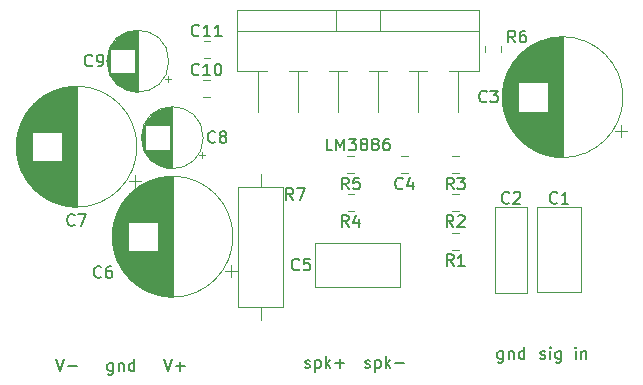
<source format=gbr>
G04 #@! TF.GenerationSoftware,KiCad,Pcbnew,5.1.6-c6e7f7d~87~ubuntu18.04.1*
G04 #@! TF.CreationDate,2020-08-21T12:14:16-04:00*
G04 #@! TF.ProjectId,lm3886_stereo_amp,6c6d3338-3836-45f7-9374-6572656f5f61,1*
G04 #@! TF.SameCoordinates,Original*
G04 #@! TF.FileFunction,Legend,Top*
G04 #@! TF.FilePolarity,Positive*
%FSLAX46Y46*%
G04 Gerber Fmt 4.6, Leading zero omitted, Abs format (unit mm)*
G04 Created by KiCad (PCBNEW 5.1.6-c6e7f7d~87~ubuntu18.04.1) date 2020-08-21 12:14:16*
%MOMM*%
%LPD*%
G01*
G04 APERTURE LIST*
%ADD10C,0.150000*%
%ADD11C,0.120000*%
G04 APERTURE END LIST*
D10*
X148201333Y-93416380D02*
X147725142Y-93416380D01*
X147725142Y-92416380D01*
X148534666Y-93416380D02*
X148534666Y-92416380D01*
X148868000Y-93130666D01*
X149201333Y-92416380D01*
X149201333Y-93416380D01*
X149582285Y-92416380D02*
X150201333Y-92416380D01*
X149868000Y-92797333D01*
X150010857Y-92797333D01*
X150106095Y-92844952D01*
X150153714Y-92892571D01*
X150201333Y-92987809D01*
X150201333Y-93225904D01*
X150153714Y-93321142D01*
X150106095Y-93368761D01*
X150010857Y-93416380D01*
X149725142Y-93416380D01*
X149629904Y-93368761D01*
X149582285Y-93321142D01*
X150772761Y-92844952D02*
X150677523Y-92797333D01*
X150629904Y-92749714D01*
X150582285Y-92654476D01*
X150582285Y-92606857D01*
X150629904Y-92511619D01*
X150677523Y-92464000D01*
X150772761Y-92416380D01*
X150963238Y-92416380D01*
X151058476Y-92464000D01*
X151106095Y-92511619D01*
X151153714Y-92606857D01*
X151153714Y-92654476D01*
X151106095Y-92749714D01*
X151058476Y-92797333D01*
X150963238Y-92844952D01*
X150772761Y-92844952D01*
X150677523Y-92892571D01*
X150629904Y-92940190D01*
X150582285Y-93035428D01*
X150582285Y-93225904D01*
X150629904Y-93321142D01*
X150677523Y-93368761D01*
X150772761Y-93416380D01*
X150963238Y-93416380D01*
X151058476Y-93368761D01*
X151106095Y-93321142D01*
X151153714Y-93225904D01*
X151153714Y-93035428D01*
X151106095Y-92940190D01*
X151058476Y-92892571D01*
X150963238Y-92844952D01*
X151725142Y-92844952D02*
X151629904Y-92797333D01*
X151582285Y-92749714D01*
X151534666Y-92654476D01*
X151534666Y-92606857D01*
X151582285Y-92511619D01*
X151629904Y-92464000D01*
X151725142Y-92416380D01*
X151915619Y-92416380D01*
X152010857Y-92464000D01*
X152058476Y-92511619D01*
X152106095Y-92606857D01*
X152106095Y-92654476D01*
X152058476Y-92749714D01*
X152010857Y-92797333D01*
X151915619Y-92844952D01*
X151725142Y-92844952D01*
X151629904Y-92892571D01*
X151582285Y-92940190D01*
X151534666Y-93035428D01*
X151534666Y-93225904D01*
X151582285Y-93321142D01*
X151629904Y-93368761D01*
X151725142Y-93416380D01*
X151915619Y-93416380D01*
X152010857Y-93368761D01*
X152058476Y-93321142D01*
X152106095Y-93225904D01*
X152106095Y-93035428D01*
X152058476Y-92940190D01*
X152010857Y-92892571D01*
X151915619Y-92844952D01*
X152963238Y-92416380D02*
X152772761Y-92416380D01*
X152677523Y-92464000D01*
X152629904Y-92511619D01*
X152534666Y-92654476D01*
X152487047Y-92844952D01*
X152487047Y-93225904D01*
X152534666Y-93321142D01*
X152582285Y-93368761D01*
X152677523Y-93416380D01*
X152868000Y-93416380D01*
X152963238Y-93368761D01*
X153010857Y-93321142D01*
X153058476Y-93225904D01*
X153058476Y-92987809D01*
X153010857Y-92892571D01*
X152963238Y-92844952D01*
X152868000Y-92797333D01*
X152677523Y-92797333D01*
X152582285Y-92844952D01*
X152534666Y-92892571D01*
X152487047Y-92987809D01*
X145883523Y-111783761D02*
X145978761Y-111831380D01*
X146169238Y-111831380D01*
X146264476Y-111783761D01*
X146312095Y-111688523D01*
X146312095Y-111640904D01*
X146264476Y-111545666D01*
X146169238Y-111498047D01*
X146026380Y-111498047D01*
X145931142Y-111450428D01*
X145883523Y-111355190D01*
X145883523Y-111307571D01*
X145931142Y-111212333D01*
X146026380Y-111164714D01*
X146169238Y-111164714D01*
X146264476Y-111212333D01*
X146740666Y-111164714D02*
X146740666Y-112164714D01*
X146740666Y-111212333D02*
X146835904Y-111164714D01*
X147026380Y-111164714D01*
X147121619Y-111212333D01*
X147169238Y-111259952D01*
X147216857Y-111355190D01*
X147216857Y-111640904D01*
X147169238Y-111736142D01*
X147121619Y-111783761D01*
X147026380Y-111831380D01*
X146835904Y-111831380D01*
X146740666Y-111783761D01*
X147645428Y-111831380D02*
X147645428Y-110831380D01*
X147740666Y-111450428D02*
X148026380Y-111831380D01*
X148026380Y-111164714D02*
X147645428Y-111545666D01*
X148454952Y-111450428D02*
X149216857Y-111450428D01*
X148835904Y-111831380D02*
X148835904Y-111069476D01*
X150963523Y-111783761D02*
X151058761Y-111831380D01*
X151249238Y-111831380D01*
X151344476Y-111783761D01*
X151392095Y-111688523D01*
X151392095Y-111640904D01*
X151344476Y-111545666D01*
X151249238Y-111498047D01*
X151106380Y-111498047D01*
X151011142Y-111450428D01*
X150963523Y-111355190D01*
X150963523Y-111307571D01*
X151011142Y-111212333D01*
X151106380Y-111164714D01*
X151249238Y-111164714D01*
X151344476Y-111212333D01*
X151820666Y-111164714D02*
X151820666Y-112164714D01*
X151820666Y-111212333D02*
X151915904Y-111164714D01*
X152106380Y-111164714D01*
X152201619Y-111212333D01*
X152249238Y-111259952D01*
X152296857Y-111355190D01*
X152296857Y-111640904D01*
X152249238Y-111736142D01*
X152201619Y-111783761D01*
X152106380Y-111831380D01*
X151915904Y-111831380D01*
X151820666Y-111783761D01*
X152725428Y-111831380D02*
X152725428Y-110831380D01*
X152820666Y-111450428D02*
X153106380Y-111831380D01*
X153106380Y-111164714D02*
X152725428Y-111545666D01*
X153534952Y-111450428D02*
X154296857Y-111450428D01*
X162631523Y-110402714D02*
X162631523Y-111212238D01*
X162583904Y-111307476D01*
X162536285Y-111355095D01*
X162441047Y-111402714D01*
X162298190Y-111402714D01*
X162202952Y-111355095D01*
X162631523Y-111021761D02*
X162536285Y-111069380D01*
X162345809Y-111069380D01*
X162250571Y-111021761D01*
X162202952Y-110974142D01*
X162155333Y-110878904D01*
X162155333Y-110593190D01*
X162202952Y-110497952D01*
X162250571Y-110450333D01*
X162345809Y-110402714D01*
X162536285Y-110402714D01*
X162631523Y-110450333D01*
X163107714Y-110402714D02*
X163107714Y-111069380D01*
X163107714Y-110497952D02*
X163155333Y-110450333D01*
X163250571Y-110402714D01*
X163393428Y-110402714D01*
X163488666Y-110450333D01*
X163536285Y-110545571D01*
X163536285Y-111069380D01*
X164441047Y-111069380D02*
X164441047Y-110069380D01*
X164441047Y-111021761D02*
X164345809Y-111069380D01*
X164155333Y-111069380D01*
X164060095Y-111021761D01*
X164012476Y-110974142D01*
X163964857Y-110878904D01*
X163964857Y-110593190D01*
X164012476Y-110497952D01*
X164060095Y-110450333D01*
X164155333Y-110402714D01*
X164345809Y-110402714D01*
X164441047Y-110450333D01*
X165790809Y-111021761D02*
X165886047Y-111069380D01*
X166076523Y-111069380D01*
X166171761Y-111021761D01*
X166219380Y-110926523D01*
X166219380Y-110878904D01*
X166171761Y-110783666D01*
X166076523Y-110736047D01*
X165933666Y-110736047D01*
X165838428Y-110688428D01*
X165790809Y-110593190D01*
X165790809Y-110545571D01*
X165838428Y-110450333D01*
X165933666Y-110402714D01*
X166076523Y-110402714D01*
X166171761Y-110450333D01*
X166647952Y-111069380D02*
X166647952Y-110402714D01*
X166647952Y-110069380D02*
X166600333Y-110117000D01*
X166647952Y-110164619D01*
X166695571Y-110117000D01*
X166647952Y-110069380D01*
X166647952Y-110164619D01*
X167552714Y-110402714D02*
X167552714Y-111212238D01*
X167505095Y-111307476D01*
X167457476Y-111355095D01*
X167362238Y-111402714D01*
X167219380Y-111402714D01*
X167124142Y-111355095D01*
X167552714Y-111021761D02*
X167457476Y-111069380D01*
X167267000Y-111069380D01*
X167171761Y-111021761D01*
X167124142Y-110974142D01*
X167076523Y-110878904D01*
X167076523Y-110593190D01*
X167124142Y-110497952D01*
X167171761Y-110450333D01*
X167267000Y-110402714D01*
X167457476Y-110402714D01*
X167552714Y-110450333D01*
X168790809Y-111069380D02*
X168790809Y-110402714D01*
X168790809Y-110069380D02*
X168743190Y-110117000D01*
X168790809Y-110164619D01*
X168838428Y-110117000D01*
X168790809Y-110069380D01*
X168790809Y-110164619D01*
X169267000Y-110402714D02*
X169267000Y-111069380D01*
X169267000Y-110497952D02*
X169314619Y-110450333D01*
X169409857Y-110402714D01*
X169552714Y-110402714D01*
X169647952Y-110450333D01*
X169695571Y-110545571D01*
X169695571Y-111069380D01*
X124777619Y-111085380D02*
X125110952Y-112085380D01*
X125444285Y-111085380D01*
X125777619Y-111704428D02*
X126539523Y-111704428D01*
X133921619Y-111085380D02*
X134254952Y-112085380D01*
X134588285Y-111085380D01*
X134921619Y-111704428D02*
X135683523Y-111704428D01*
X135302571Y-112085380D02*
X135302571Y-111323476D01*
X129611523Y-111418714D02*
X129611523Y-112228238D01*
X129563904Y-112323476D01*
X129516285Y-112371095D01*
X129421047Y-112418714D01*
X129278190Y-112418714D01*
X129182952Y-112371095D01*
X129611523Y-112037761D02*
X129516285Y-112085380D01*
X129325809Y-112085380D01*
X129230571Y-112037761D01*
X129182952Y-111990142D01*
X129135333Y-111894904D01*
X129135333Y-111609190D01*
X129182952Y-111513952D01*
X129230571Y-111466333D01*
X129325809Y-111418714D01*
X129516285Y-111418714D01*
X129611523Y-111466333D01*
X130087714Y-111418714D02*
X130087714Y-112085380D01*
X130087714Y-111513952D02*
X130135333Y-111466333D01*
X130230571Y-111418714D01*
X130373428Y-111418714D01*
X130468666Y-111466333D01*
X130516285Y-111561571D01*
X130516285Y-112085380D01*
X131421047Y-112085380D02*
X131421047Y-111085380D01*
X131421047Y-112037761D02*
X131325809Y-112085380D01*
X131135333Y-112085380D01*
X131040095Y-112037761D01*
X130992476Y-111990142D01*
X130944857Y-111894904D01*
X130944857Y-111609190D01*
X130992476Y-111513952D01*
X131040095Y-111466333D01*
X131135333Y-111418714D01*
X131325809Y-111418714D01*
X131421047Y-111466333D01*
D11*
X153948000Y-101254000D02*
X153948000Y-104994000D01*
X146708000Y-101254000D02*
X146708000Y-104994000D01*
X146708000Y-104994000D02*
X153948000Y-104994000D01*
X146708000Y-101254000D02*
X153948000Y-101254000D01*
X164692000Y-105450500D02*
X161952000Y-105450500D01*
X164692000Y-98210500D02*
X161952000Y-98210500D01*
X161952000Y-98210500D02*
X161952000Y-105450500D01*
X164692000Y-98210500D02*
X164692000Y-105450500D01*
X169256000Y-105434000D02*
X165516000Y-105434000D01*
X169256000Y-98194000D02*
X165516000Y-98194000D01*
X165516000Y-98194000D02*
X165516000Y-105434000D01*
X169256000Y-98194000D02*
X169256000Y-105434000D01*
X134273775Y-87577000D02*
X134273775Y-87077000D01*
X134523775Y-87327000D02*
X134023775Y-87327000D01*
X129118000Y-86136000D02*
X129118000Y-85568000D01*
X129158000Y-86370000D02*
X129158000Y-85334000D01*
X129198000Y-86529000D02*
X129198000Y-85175000D01*
X129238000Y-86657000D02*
X129238000Y-85047000D01*
X129278000Y-86767000D02*
X129278000Y-84937000D01*
X129318000Y-86863000D02*
X129318000Y-84841000D01*
X129358000Y-86950000D02*
X129358000Y-84754000D01*
X129398000Y-87030000D02*
X129398000Y-84674000D01*
X129438000Y-84812000D02*
X129438000Y-84601000D01*
X129438000Y-87103000D02*
X129438000Y-86892000D01*
X129478000Y-84812000D02*
X129478000Y-84533000D01*
X129478000Y-87171000D02*
X129478000Y-86892000D01*
X129518000Y-84812000D02*
X129518000Y-84469000D01*
X129518000Y-87235000D02*
X129518000Y-86892000D01*
X129558000Y-84812000D02*
X129558000Y-84409000D01*
X129558000Y-87295000D02*
X129558000Y-86892000D01*
X129598000Y-84812000D02*
X129598000Y-84352000D01*
X129598000Y-87352000D02*
X129598000Y-86892000D01*
X129638000Y-84812000D02*
X129638000Y-84298000D01*
X129638000Y-87406000D02*
X129638000Y-86892000D01*
X129678000Y-84812000D02*
X129678000Y-84247000D01*
X129678000Y-87457000D02*
X129678000Y-86892000D01*
X129718000Y-84812000D02*
X129718000Y-84199000D01*
X129718000Y-87505000D02*
X129718000Y-86892000D01*
X129758000Y-84812000D02*
X129758000Y-84153000D01*
X129758000Y-87551000D02*
X129758000Y-86892000D01*
X129798000Y-84812000D02*
X129798000Y-84109000D01*
X129798000Y-87595000D02*
X129798000Y-86892000D01*
X129838000Y-84812000D02*
X129838000Y-84067000D01*
X129838000Y-87637000D02*
X129838000Y-86892000D01*
X129878000Y-84812000D02*
X129878000Y-84026000D01*
X129878000Y-87678000D02*
X129878000Y-86892000D01*
X129918000Y-84812000D02*
X129918000Y-83988000D01*
X129918000Y-87716000D02*
X129918000Y-86892000D01*
X129958000Y-84812000D02*
X129958000Y-83951000D01*
X129958000Y-87753000D02*
X129958000Y-86892000D01*
X129998000Y-84812000D02*
X129998000Y-83915000D01*
X129998000Y-87789000D02*
X129998000Y-86892000D01*
X130038000Y-84812000D02*
X130038000Y-83881000D01*
X130038000Y-87823000D02*
X130038000Y-86892000D01*
X130078000Y-84812000D02*
X130078000Y-83848000D01*
X130078000Y-87856000D02*
X130078000Y-86892000D01*
X130118000Y-84812000D02*
X130118000Y-83817000D01*
X130118000Y-87887000D02*
X130118000Y-86892000D01*
X130158000Y-84812000D02*
X130158000Y-83787000D01*
X130158000Y-87917000D02*
X130158000Y-86892000D01*
X130198000Y-84812000D02*
X130198000Y-83757000D01*
X130198000Y-87947000D02*
X130198000Y-86892000D01*
X130238000Y-84812000D02*
X130238000Y-83730000D01*
X130238000Y-87974000D02*
X130238000Y-86892000D01*
X130278000Y-84812000D02*
X130278000Y-83703000D01*
X130278000Y-88001000D02*
X130278000Y-86892000D01*
X130318000Y-84812000D02*
X130318000Y-83677000D01*
X130318000Y-88027000D02*
X130318000Y-86892000D01*
X130358000Y-84812000D02*
X130358000Y-83652000D01*
X130358000Y-88052000D02*
X130358000Y-86892000D01*
X130398000Y-84812000D02*
X130398000Y-83628000D01*
X130398000Y-88076000D02*
X130398000Y-86892000D01*
X130438000Y-84812000D02*
X130438000Y-83605000D01*
X130438000Y-88099000D02*
X130438000Y-86892000D01*
X130478000Y-84812000D02*
X130478000Y-83584000D01*
X130478000Y-88120000D02*
X130478000Y-86892000D01*
X130518000Y-84812000D02*
X130518000Y-83562000D01*
X130518000Y-88142000D02*
X130518000Y-86892000D01*
X130558000Y-84812000D02*
X130558000Y-83542000D01*
X130558000Y-88162000D02*
X130558000Y-86892000D01*
X130598000Y-84812000D02*
X130598000Y-83523000D01*
X130598000Y-88181000D02*
X130598000Y-86892000D01*
X130638000Y-84812000D02*
X130638000Y-83504000D01*
X130638000Y-88200000D02*
X130638000Y-86892000D01*
X130678000Y-84812000D02*
X130678000Y-83487000D01*
X130678000Y-88217000D02*
X130678000Y-86892000D01*
X130718000Y-84812000D02*
X130718000Y-83470000D01*
X130718000Y-88234000D02*
X130718000Y-86892000D01*
X130758000Y-84812000D02*
X130758000Y-83454000D01*
X130758000Y-88250000D02*
X130758000Y-86892000D01*
X130798000Y-84812000D02*
X130798000Y-83438000D01*
X130798000Y-88266000D02*
X130798000Y-86892000D01*
X130838000Y-84812000D02*
X130838000Y-83424000D01*
X130838000Y-88280000D02*
X130838000Y-86892000D01*
X130878000Y-84812000D02*
X130878000Y-83410000D01*
X130878000Y-88294000D02*
X130878000Y-86892000D01*
X130918000Y-84812000D02*
X130918000Y-83397000D01*
X130918000Y-88307000D02*
X130918000Y-86892000D01*
X130958000Y-84812000D02*
X130958000Y-83384000D01*
X130958000Y-88320000D02*
X130958000Y-86892000D01*
X130998000Y-84812000D02*
X130998000Y-83372000D01*
X130998000Y-88332000D02*
X130998000Y-86892000D01*
X131039000Y-84812000D02*
X131039000Y-83361000D01*
X131039000Y-88343000D02*
X131039000Y-86892000D01*
X131079000Y-84812000D02*
X131079000Y-83351000D01*
X131079000Y-88353000D02*
X131079000Y-86892000D01*
X131119000Y-84812000D02*
X131119000Y-83341000D01*
X131119000Y-88363000D02*
X131119000Y-86892000D01*
X131159000Y-84812000D02*
X131159000Y-83332000D01*
X131159000Y-88372000D02*
X131159000Y-86892000D01*
X131199000Y-84812000D02*
X131199000Y-83324000D01*
X131199000Y-88380000D02*
X131199000Y-86892000D01*
X131239000Y-84812000D02*
X131239000Y-83316000D01*
X131239000Y-88388000D02*
X131239000Y-86892000D01*
X131279000Y-84812000D02*
X131279000Y-83309000D01*
X131279000Y-88395000D02*
X131279000Y-86892000D01*
X131319000Y-84812000D02*
X131319000Y-83302000D01*
X131319000Y-88402000D02*
X131319000Y-86892000D01*
X131359000Y-84812000D02*
X131359000Y-83296000D01*
X131359000Y-88408000D02*
X131359000Y-86892000D01*
X131399000Y-84812000D02*
X131399000Y-83291000D01*
X131399000Y-88413000D02*
X131399000Y-86892000D01*
X131439000Y-84812000D02*
X131439000Y-83287000D01*
X131439000Y-88417000D02*
X131439000Y-86892000D01*
X131479000Y-84812000D02*
X131479000Y-83283000D01*
X131479000Y-88421000D02*
X131479000Y-86892000D01*
X131519000Y-88425000D02*
X131519000Y-83279000D01*
X131559000Y-88428000D02*
X131559000Y-83276000D01*
X131599000Y-88430000D02*
X131599000Y-83274000D01*
X131639000Y-88431000D02*
X131639000Y-83273000D01*
X131679000Y-88432000D02*
X131679000Y-83272000D01*
X131719000Y-88432000D02*
X131719000Y-83272000D01*
X134339000Y-85852000D02*
G75*
G03*
X134339000Y-85852000I-2620000J0D01*
G01*
X137194775Y-94054000D02*
X137194775Y-93554000D01*
X137444775Y-93804000D02*
X136944775Y-93804000D01*
X132039000Y-92613000D02*
X132039000Y-92045000D01*
X132079000Y-92847000D02*
X132079000Y-91811000D01*
X132119000Y-93006000D02*
X132119000Y-91652000D01*
X132159000Y-93134000D02*
X132159000Y-91524000D01*
X132199000Y-93244000D02*
X132199000Y-91414000D01*
X132239000Y-93340000D02*
X132239000Y-91318000D01*
X132279000Y-93427000D02*
X132279000Y-91231000D01*
X132319000Y-93507000D02*
X132319000Y-91151000D01*
X132359000Y-91289000D02*
X132359000Y-91078000D01*
X132359000Y-93580000D02*
X132359000Y-93369000D01*
X132399000Y-91289000D02*
X132399000Y-91010000D01*
X132399000Y-93648000D02*
X132399000Y-93369000D01*
X132439000Y-91289000D02*
X132439000Y-90946000D01*
X132439000Y-93712000D02*
X132439000Y-93369000D01*
X132479000Y-91289000D02*
X132479000Y-90886000D01*
X132479000Y-93772000D02*
X132479000Y-93369000D01*
X132519000Y-91289000D02*
X132519000Y-90829000D01*
X132519000Y-93829000D02*
X132519000Y-93369000D01*
X132559000Y-91289000D02*
X132559000Y-90775000D01*
X132559000Y-93883000D02*
X132559000Y-93369000D01*
X132599000Y-91289000D02*
X132599000Y-90724000D01*
X132599000Y-93934000D02*
X132599000Y-93369000D01*
X132639000Y-91289000D02*
X132639000Y-90676000D01*
X132639000Y-93982000D02*
X132639000Y-93369000D01*
X132679000Y-91289000D02*
X132679000Y-90630000D01*
X132679000Y-94028000D02*
X132679000Y-93369000D01*
X132719000Y-91289000D02*
X132719000Y-90586000D01*
X132719000Y-94072000D02*
X132719000Y-93369000D01*
X132759000Y-91289000D02*
X132759000Y-90544000D01*
X132759000Y-94114000D02*
X132759000Y-93369000D01*
X132799000Y-91289000D02*
X132799000Y-90503000D01*
X132799000Y-94155000D02*
X132799000Y-93369000D01*
X132839000Y-91289000D02*
X132839000Y-90465000D01*
X132839000Y-94193000D02*
X132839000Y-93369000D01*
X132879000Y-91289000D02*
X132879000Y-90428000D01*
X132879000Y-94230000D02*
X132879000Y-93369000D01*
X132919000Y-91289000D02*
X132919000Y-90392000D01*
X132919000Y-94266000D02*
X132919000Y-93369000D01*
X132959000Y-91289000D02*
X132959000Y-90358000D01*
X132959000Y-94300000D02*
X132959000Y-93369000D01*
X132999000Y-91289000D02*
X132999000Y-90325000D01*
X132999000Y-94333000D02*
X132999000Y-93369000D01*
X133039000Y-91289000D02*
X133039000Y-90294000D01*
X133039000Y-94364000D02*
X133039000Y-93369000D01*
X133079000Y-91289000D02*
X133079000Y-90264000D01*
X133079000Y-94394000D02*
X133079000Y-93369000D01*
X133119000Y-91289000D02*
X133119000Y-90234000D01*
X133119000Y-94424000D02*
X133119000Y-93369000D01*
X133159000Y-91289000D02*
X133159000Y-90207000D01*
X133159000Y-94451000D02*
X133159000Y-93369000D01*
X133199000Y-91289000D02*
X133199000Y-90180000D01*
X133199000Y-94478000D02*
X133199000Y-93369000D01*
X133239000Y-91289000D02*
X133239000Y-90154000D01*
X133239000Y-94504000D02*
X133239000Y-93369000D01*
X133279000Y-91289000D02*
X133279000Y-90129000D01*
X133279000Y-94529000D02*
X133279000Y-93369000D01*
X133319000Y-91289000D02*
X133319000Y-90105000D01*
X133319000Y-94553000D02*
X133319000Y-93369000D01*
X133359000Y-91289000D02*
X133359000Y-90082000D01*
X133359000Y-94576000D02*
X133359000Y-93369000D01*
X133399000Y-91289000D02*
X133399000Y-90061000D01*
X133399000Y-94597000D02*
X133399000Y-93369000D01*
X133439000Y-91289000D02*
X133439000Y-90039000D01*
X133439000Y-94619000D02*
X133439000Y-93369000D01*
X133479000Y-91289000D02*
X133479000Y-90019000D01*
X133479000Y-94639000D02*
X133479000Y-93369000D01*
X133519000Y-91289000D02*
X133519000Y-90000000D01*
X133519000Y-94658000D02*
X133519000Y-93369000D01*
X133559000Y-91289000D02*
X133559000Y-89981000D01*
X133559000Y-94677000D02*
X133559000Y-93369000D01*
X133599000Y-91289000D02*
X133599000Y-89964000D01*
X133599000Y-94694000D02*
X133599000Y-93369000D01*
X133639000Y-91289000D02*
X133639000Y-89947000D01*
X133639000Y-94711000D02*
X133639000Y-93369000D01*
X133679000Y-91289000D02*
X133679000Y-89931000D01*
X133679000Y-94727000D02*
X133679000Y-93369000D01*
X133719000Y-91289000D02*
X133719000Y-89915000D01*
X133719000Y-94743000D02*
X133719000Y-93369000D01*
X133759000Y-91289000D02*
X133759000Y-89901000D01*
X133759000Y-94757000D02*
X133759000Y-93369000D01*
X133799000Y-91289000D02*
X133799000Y-89887000D01*
X133799000Y-94771000D02*
X133799000Y-93369000D01*
X133839000Y-91289000D02*
X133839000Y-89874000D01*
X133839000Y-94784000D02*
X133839000Y-93369000D01*
X133879000Y-91289000D02*
X133879000Y-89861000D01*
X133879000Y-94797000D02*
X133879000Y-93369000D01*
X133919000Y-91289000D02*
X133919000Y-89849000D01*
X133919000Y-94809000D02*
X133919000Y-93369000D01*
X133960000Y-91289000D02*
X133960000Y-89838000D01*
X133960000Y-94820000D02*
X133960000Y-93369000D01*
X134000000Y-91289000D02*
X134000000Y-89828000D01*
X134000000Y-94830000D02*
X134000000Y-93369000D01*
X134040000Y-91289000D02*
X134040000Y-89818000D01*
X134040000Y-94840000D02*
X134040000Y-93369000D01*
X134080000Y-91289000D02*
X134080000Y-89809000D01*
X134080000Y-94849000D02*
X134080000Y-93369000D01*
X134120000Y-91289000D02*
X134120000Y-89801000D01*
X134120000Y-94857000D02*
X134120000Y-93369000D01*
X134160000Y-91289000D02*
X134160000Y-89793000D01*
X134160000Y-94865000D02*
X134160000Y-93369000D01*
X134200000Y-91289000D02*
X134200000Y-89786000D01*
X134200000Y-94872000D02*
X134200000Y-93369000D01*
X134240000Y-91289000D02*
X134240000Y-89779000D01*
X134240000Y-94879000D02*
X134240000Y-93369000D01*
X134280000Y-91289000D02*
X134280000Y-89773000D01*
X134280000Y-94885000D02*
X134280000Y-93369000D01*
X134320000Y-91289000D02*
X134320000Y-89768000D01*
X134320000Y-94890000D02*
X134320000Y-93369000D01*
X134360000Y-91289000D02*
X134360000Y-89764000D01*
X134360000Y-94894000D02*
X134360000Y-93369000D01*
X134400000Y-91289000D02*
X134400000Y-89760000D01*
X134400000Y-94898000D02*
X134400000Y-93369000D01*
X134440000Y-94902000D02*
X134440000Y-89756000D01*
X134480000Y-94905000D02*
X134480000Y-89753000D01*
X134520000Y-94907000D02*
X134520000Y-89751000D01*
X134560000Y-94908000D02*
X134560000Y-89750000D01*
X134600000Y-94909000D02*
X134600000Y-89749000D01*
X134640000Y-94909000D02*
X134640000Y-89749000D01*
X137260000Y-92329000D02*
G75*
G03*
X137260000Y-92329000I-2620000J0D01*
G01*
X137811252Y-84126000D02*
X137288748Y-84126000D01*
X137811252Y-85546000D02*
X137288748Y-85546000D01*
X137802252Y-87428000D02*
X137279748Y-87428000D01*
X137802252Y-88848000D02*
X137279748Y-88848000D01*
X154034748Y-95325000D02*
X154557252Y-95325000D01*
X154034748Y-93905000D02*
X154557252Y-93905000D01*
X158859000Y-86727000D02*
X158859000Y-90121000D01*
X155459000Y-86727000D02*
X155459000Y-90121000D01*
X152059000Y-86727000D02*
X152059000Y-90121000D01*
X148659000Y-86727000D02*
X148659000Y-90121000D01*
X145259000Y-86727000D02*
X145259000Y-90121000D01*
X141859000Y-86727000D02*
X141859000Y-90136000D01*
X152209000Y-81486000D02*
X152209000Y-83326000D01*
X148509000Y-81486000D02*
X148509000Y-83326000D01*
X140139000Y-83326000D02*
X160579000Y-83326000D01*
X160579000Y-81486000D02*
X160579000Y-86727000D01*
X140139000Y-81486000D02*
X140139000Y-86727000D01*
X158084000Y-86727000D02*
X160579000Y-86727000D01*
X154684000Y-86727000D02*
X156235000Y-86727000D01*
X151284000Y-86727000D02*
X152835000Y-86727000D01*
X147884000Y-86727000D02*
X149435000Y-86727000D01*
X144484000Y-86727000D02*
X146035000Y-86727000D01*
X140139000Y-86727000D02*
X142635000Y-86727000D01*
X140139000Y-81486000D02*
X160579000Y-81486000D01*
X142113000Y-107780000D02*
X142113000Y-106670000D01*
X142113000Y-95420000D02*
X142113000Y-96530000D01*
X144033000Y-106670000D02*
X144033000Y-96530000D01*
X140193000Y-106670000D02*
X144033000Y-106670000D01*
X140193000Y-96530000D02*
X140193000Y-106670000D01*
X144033000Y-96530000D02*
X140193000Y-96530000D01*
X161088000Y-84565748D02*
X161088000Y-85088252D01*
X162508000Y-84565748D02*
X162508000Y-85088252D01*
X149462748Y-95325000D02*
X149985252Y-95325000D01*
X149462748Y-93905000D02*
X149985252Y-93905000D01*
X149480748Y-98500000D02*
X150003252Y-98500000D01*
X149480748Y-97080000D02*
X150003252Y-97080000D01*
X158352748Y-95325000D02*
X158875252Y-95325000D01*
X158352748Y-93905000D02*
X158875252Y-93905000D01*
X158352748Y-98500000D02*
X158875252Y-98500000D01*
X158352748Y-97080000D02*
X158875252Y-97080000D01*
X158875252Y-100382000D02*
X158352748Y-100382000D01*
X158875252Y-101802000D02*
X158352748Y-101802000D01*
X131511646Y-96466000D02*
X131511646Y-95466000D01*
X132011646Y-95966000D02*
X131011646Y-95966000D01*
X121451000Y-93690000D02*
X121451000Y-92492000D01*
X121491000Y-93953000D02*
X121491000Y-92229000D01*
X121531000Y-94153000D02*
X121531000Y-92029000D01*
X121571000Y-94321000D02*
X121571000Y-91861000D01*
X121611000Y-94469000D02*
X121611000Y-91713000D01*
X121651000Y-94601000D02*
X121651000Y-91581000D01*
X121691000Y-94721000D02*
X121691000Y-91461000D01*
X121731000Y-94833000D02*
X121731000Y-91349000D01*
X121771000Y-94937000D02*
X121771000Y-91245000D01*
X121811000Y-95035000D02*
X121811000Y-91147000D01*
X121851000Y-95128000D02*
X121851000Y-91054000D01*
X121891000Y-95216000D02*
X121891000Y-90966000D01*
X121931000Y-95300000D02*
X121931000Y-90882000D01*
X121971000Y-95380000D02*
X121971000Y-90802000D01*
X122011000Y-95456000D02*
X122011000Y-90726000D01*
X122051000Y-95530000D02*
X122051000Y-90652000D01*
X122091000Y-95601000D02*
X122091000Y-90581000D01*
X122131000Y-95670000D02*
X122131000Y-90512000D01*
X122171000Y-95736000D02*
X122171000Y-90446000D01*
X122211000Y-95800000D02*
X122211000Y-90382000D01*
X122251000Y-95861000D02*
X122251000Y-90321000D01*
X122291000Y-95921000D02*
X122291000Y-90261000D01*
X122331000Y-95980000D02*
X122331000Y-90202000D01*
X122371000Y-96036000D02*
X122371000Y-90146000D01*
X122411000Y-96091000D02*
X122411000Y-90091000D01*
X122451000Y-96145000D02*
X122451000Y-90037000D01*
X122491000Y-96197000D02*
X122491000Y-89985000D01*
X122531000Y-96247000D02*
X122531000Y-89935000D01*
X122571000Y-96297000D02*
X122571000Y-89885000D01*
X122611000Y-96345000D02*
X122611000Y-89837000D01*
X122651000Y-96392000D02*
X122651000Y-89790000D01*
X122691000Y-96438000D02*
X122691000Y-89744000D01*
X122731000Y-96483000D02*
X122731000Y-89699000D01*
X122771000Y-96527000D02*
X122771000Y-89655000D01*
X122811000Y-91850000D02*
X122811000Y-89613000D01*
X122811000Y-96569000D02*
X122811000Y-94332000D01*
X122851000Y-91850000D02*
X122851000Y-89571000D01*
X122851000Y-96611000D02*
X122851000Y-94332000D01*
X122891000Y-91850000D02*
X122891000Y-89530000D01*
X122891000Y-96652000D02*
X122891000Y-94332000D01*
X122931000Y-91850000D02*
X122931000Y-89490000D01*
X122931000Y-96692000D02*
X122931000Y-94332000D01*
X122971000Y-91850000D02*
X122971000Y-89451000D01*
X122971000Y-96731000D02*
X122971000Y-94332000D01*
X123011000Y-91850000D02*
X123011000Y-89412000D01*
X123011000Y-96770000D02*
X123011000Y-94332000D01*
X123051000Y-91850000D02*
X123051000Y-89375000D01*
X123051000Y-96807000D02*
X123051000Y-94332000D01*
X123091000Y-91850000D02*
X123091000Y-89338000D01*
X123091000Y-96844000D02*
X123091000Y-94332000D01*
X123131000Y-91850000D02*
X123131000Y-89302000D01*
X123131000Y-96880000D02*
X123131000Y-94332000D01*
X123171000Y-91850000D02*
X123171000Y-89267000D01*
X123171000Y-96915000D02*
X123171000Y-94332000D01*
X123211000Y-91850000D02*
X123211000Y-89233000D01*
X123211000Y-96949000D02*
X123211000Y-94332000D01*
X123251000Y-91850000D02*
X123251000Y-89199000D01*
X123251000Y-96983000D02*
X123251000Y-94332000D01*
X123291000Y-91850000D02*
X123291000Y-89166000D01*
X123291000Y-97016000D02*
X123291000Y-94332000D01*
X123331000Y-91850000D02*
X123331000Y-89134000D01*
X123331000Y-97048000D02*
X123331000Y-94332000D01*
X123371000Y-91850000D02*
X123371000Y-89102000D01*
X123371000Y-97080000D02*
X123371000Y-94332000D01*
X123411000Y-91850000D02*
X123411000Y-89071000D01*
X123411000Y-97111000D02*
X123411000Y-94332000D01*
X123451000Y-91850000D02*
X123451000Y-89041000D01*
X123451000Y-97141000D02*
X123451000Y-94332000D01*
X123491000Y-91850000D02*
X123491000Y-89011000D01*
X123491000Y-97171000D02*
X123491000Y-94332000D01*
X123531000Y-91850000D02*
X123531000Y-88981000D01*
X123531000Y-97201000D02*
X123531000Y-94332000D01*
X123571000Y-91850000D02*
X123571000Y-88953000D01*
X123571000Y-97229000D02*
X123571000Y-94332000D01*
X123611000Y-91850000D02*
X123611000Y-88925000D01*
X123611000Y-97257000D02*
X123611000Y-94332000D01*
X123651000Y-91850000D02*
X123651000Y-88897000D01*
X123651000Y-97285000D02*
X123651000Y-94332000D01*
X123691000Y-91850000D02*
X123691000Y-88870000D01*
X123691000Y-97312000D02*
X123691000Y-94332000D01*
X123731000Y-91850000D02*
X123731000Y-88844000D01*
X123731000Y-97338000D02*
X123731000Y-94332000D01*
X123771000Y-91850000D02*
X123771000Y-88818000D01*
X123771000Y-97364000D02*
X123771000Y-94332000D01*
X123811000Y-91850000D02*
X123811000Y-88793000D01*
X123811000Y-97389000D02*
X123811000Y-94332000D01*
X123851000Y-91850000D02*
X123851000Y-88768000D01*
X123851000Y-97414000D02*
X123851000Y-94332000D01*
X123891000Y-91850000D02*
X123891000Y-88744000D01*
X123891000Y-97438000D02*
X123891000Y-94332000D01*
X123931000Y-91850000D02*
X123931000Y-88720000D01*
X123931000Y-97462000D02*
X123931000Y-94332000D01*
X123971000Y-91850000D02*
X123971000Y-88696000D01*
X123971000Y-97486000D02*
X123971000Y-94332000D01*
X124011000Y-91850000D02*
X124011000Y-88674000D01*
X124011000Y-97508000D02*
X124011000Y-94332000D01*
X124051000Y-91850000D02*
X124051000Y-88651000D01*
X124051000Y-97531000D02*
X124051000Y-94332000D01*
X124091000Y-91850000D02*
X124091000Y-88629000D01*
X124091000Y-97553000D02*
X124091000Y-94332000D01*
X124131000Y-91850000D02*
X124131000Y-88608000D01*
X124131000Y-97574000D02*
X124131000Y-94332000D01*
X124171000Y-91850000D02*
X124171000Y-88587000D01*
X124171000Y-97595000D02*
X124171000Y-94332000D01*
X124211000Y-91850000D02*
X124211000Y-88566000D01*
X124211000Y-97616000D02*
X124211000Y-94332000D01*
X124251000Y-91850000D02*
X124251000Y-88546000D01*
X124251000Y-97636000D02*
X124251000Y-94332000D01*
X124291000Y-91850000D02*
X124291000Y-88527000D01*
X124291000Y-97655000D02*
X124291000Y-94332000D01*
X124331000Y-91850000D02*
X124331000Y-88507000D01*
X124331000Y-97675000D02*
X124331000Y-94332000D01*
X124371000Y-91850000D02*
X124371000Y-88488000D01*
X124371000Y-97694000D02*
X124371000Y-94332000D01*
X124411000Y-91850000D02*
X124411000Y-88470000D01*
X124411000Y-97712000D02*
X124411000Y-94332000D01*
X124451000Y-91850000D02*
X124451000Y-88452000D01*
X124451000Y-97730000D02*
X124451000Y-94332000D01*
X124491000Y-91850000D02*
X124491000Y-88434000D01*
X124491000Y-97748000D02*
X124491000Y-94332000D01*
X124531000Y-91850000D02*
X124531000Y-88417000D01*
X124531000Y-97765000D02*
X124531000Y-94332000D01*
X124571000Y-91850000D02*
X124571000Y-88401000D01*
X124571000Y-97781000D02*
X124571000Y-94332000D01*
X124611000Y-91850000D02*
X124611000Y-88384000D01*
X124611000Y-97798000D02*
X124611000Y-94332000D01*
X124651000Y-91850000D02*
X124651000Y-88368000D01*
X124651000Y-97814000D02*
X124651000Y-94332000D01*
X124691000Y-91850000D02*
X124691000Y-88353000D01*
X124691000Y-97829000D02*
X124691000Y-94332000D01*
X124731000Y-91850000D02*
X124731000Y-88337000D01*
X124731000Y-97845000D02*
X124731000Y-94332000D01*
X124771000Y-91850000D02*
X124771000Y-88323000D01*
X124771000Y-97859000D02*
X124771000Y-94332000D01*
X124811000Y-91850000D02*
X124811000Y-88308000D01*
X124811000Y-97874000D02*
X124811000Y-94332000D01*
X124851000Y-91850000D02*
X124851000Y-88294000D01*
X124851000Y-97888000D02*
X124851000Y-94332000D01*
X124891000Y-91850000D02*
X124891000Y-88280000D01*
X124891000Y-97902000D02*
X124891000Y-94332000D01*
X124931000Y-91850000D02*
X124931000Y-88267000D01*
X124931000Y-97915000D02*
X124931000Y-94332000D01*
X124971000Y-91850000D02*
X124971000Y-88254000D01*
X124971000Y-97928000D02*
X124971000Y-94332000D01*
X125011000Y-91850000D02*
X125011000Y-88241000D01*
X125011000Y-97941000D02*
X125011000Y-94332000D01*
X125051000Y-91850000D02*
X125051000Y-88229000D01*
X125051000Y-97953000D02*
X125051000Y-94332000D01*
X125091000Y-91850000D02*
X125091000Y-88217000D01*
X125091000Y-97965000D02*
X125091000Y-94332000D01*
X125131000Y-91850000D02*
X125131000Y-88206000D01*
X125131000Y-97976000D02*
X125131000Y-94332000D01*
X125171000Y-91850000D02*
X125171000Y-88194000D01*
X125171000Y-97988000D02*
X125171000Y-94332000D01*
X125211000Y-91850000D02*
X125211000Y-88184000D01*
X125211000Y-97998000D02*
X125211000Y-94332000D01*
X125251000Y-91850000D02*
X125251000Y-88173000D01*
X125251000Y-98009000D02*
X125251000Y-94332000D01*
X125291000Y-98019000D02*
X125291000Y-88163000D01*
X125331000Y-98029000D02*
X125331000Y-88153000D01*
X125371000Y-98038000D02*
X125371000Y-88144000D01*
X125411000Y-98047000D02*
X125411000Y-88135000D01*
X125451000Y-98056000D02*
X125451000Y-88126000D01*
X125491000Y-98065000D02*
X125491000Y-88117000D01*
X125531000Y-98073000D02*
X125531000Y-88109000D01*
X125571000Y-98081000D02*
X125571000Y-88101000D01*
X125611000Y-98088000D02*
X125611000Y-88094000D01*
X125651000Y-98095000D02*
X125651000Y-88087000D01*
X125691000Y-98102000D02*
X125691000Y-88080000D01*
X125731000Y-98109000D02*
X125731000Y-88073000D01*
X125771000Y-98115000D02*
X125771000Y-88067000D01*
X125811000Y-98121000D02*
X125811000Y-88061000D01*
X125852000Y-98126000D02*
X125852000Y-88056000D01*
X125892000Y-98131000D02*
X125892000Y-88051000D01*
X125932000Y-98136000D02*
X125932000Y-88046000D01*
X125972000Y-98141000D02*
X125972000Y-88041000D01*
X126012000Y-98145000D02*
X126012000Y-88037000D01*
X126052000Y-98149000D02*
X126052000Y-88033000D01*
X126092000Y-98153000D02*
X126092000Y-88029000D01*
X126132000Y-98156000D02*
X126132000Y-88026000D01*
X126172000Y-98159000D02*
X126172000Y-88023000D01*
X126212000Y-98161000D02*
X126212000Y-88021000D01*
X126252000Y-98164000D02*
X126252000Y-88018000D01*
X126292000Y-98166000D02*
X126292000Y-88016000D01*
X126332000Y-98168000D02*
X126332000Y-88014000D01*
X126372000Y-98169000D02*
X126372000Y-88013000D01*
X126412000Y-98170000D02*
X126412000Y-88012000D01*
X126452000Y-98171000D02*
X126452000Y-88011000D01*
X126492000Y-98171000D02*
X126492000Y-88011000D01*
X126532000Y-98171000D02*
X126532000Y-88011000D01*
X131652000Y-93091000D02*
G75*
G03*
X131652000Y-93091000I-5120000J0D01*
G01*
X139639646Y-104086000D02*
X139639646Y-103086000D01*
X140139646Y-103586000D02*
X139139646Y-103586000D01*
X129579000Y-101310000D02*
X129579000Y-100112000D01*
X129619000Y-101573000D02*
X129619000Y-99849000D01*
X129659000Y-101773000D02*
X129659000Y-99649000D01*
X129699000Y-101941000D02*
X129699000Y-99481000D01*
X129739000Y-102089000D02*
X129739000Y-99333000D01*
X129779000Y-102221000D02*
X129779000Y-99201000D01*
X129819000Y-102341000D02*
X129819000Y-99081000D01*
X129859000Y-102453000D02*
X129859000Y-98969000D01*
X129899000Y-102557000D02*
X129899000Y-98865000D01*
X129939000Y-102655000D02*
X129939000Y-98767000D01*
X129979000Y-102748000D02*
X129979000Y-98674000D01*
X130019000Y-102836000D02*
X130019000Y-98586000D01*
X130059000Y-102920000D02*
X130059000Y-98502000D01*
X130099000Y-103000000D02*
X130099000Y-98422000D01*
X130139000Y-103076000D02*
X130139000Y-98346000D01*
X130179000Y-103150000D02*
X130179000Y-98272000D01*
X130219000Y-103221000D02*
X130219000Y-98201000D01*
X130259000Y-103290000D02*
X130259000Y-98132000D01*
X130299000Y-103356000D02*
X130299000Y-98066000D01*
X130339000Y-103420000D02*
X130339000Y-98002000D01*
X130379000Y-103481000D02*
X130379000Y-97941000D01*
X130419000Y-103541000D02*
X130419000Y-97881000D01*
X130459000Y-103600000D02*
X130459000Y-97822000D01*
X130499000Y-103656000D02*
X130499000Y-97766000D01*
X130539000Y-103711000D02*
X130539000Y-97711000D01*
X130579000Y-103765000D02*
X130579000Y-97657000D01*
X130619000Y-103817000D02*
X130619000Y-97605000D01*
X130659000Y-103867000D02*
X130659000Y-97555000D01*
X130699000Y-103917000D02*
X130699000Y-97505000D01*
X130739000Y-103965000D02*
X130739000Y-97457000D01*
X130779000Y-104012000D02*
X130779000Y-97410000D01*
X130819000Y-104058000D02*
X130819000Y-97364000D01*
X130859000Y-104103000D02*
X130859000Y-97319000D01*
X130899000Y-104147000D02*
X130899000Y-97275000D01*
X130939000Y-99470000D02*
X130939000Y-97233000D01*
X130939000Y-104189000D02*
X130939000Y-101952000D01*
X130979000Y-99470000D02*
X130979000Y-97191000D01*
X130979000Y-104231000D02*
X130979000Y-101952000D01*
X131019000Y-99470000D02*
X131019000Y-97150000D01*
X131019000Y-104272000D02*
X131019000Y-101952000D01*
X131059000Y-99470000D02*
X131059000Y-97110000D01*
X131059000Y-104312000D02*
X131059000Y-101952000D01*
X131099000Y-99470000D02*
X131099000Y-97071000D01*
X131099000Y-104351000D02*
X131099000Y-101952000D01*
X131139000Y-99470000D02*
X131139000Y-97032000D01*
X131139000Y-104390000D02*
X131139000Y-101952000D01*
X131179000Y-99470000D02*
X131179000Y-96995000D01*
X131179000Y-104427000D02*
X131179000Y-101952000D01*
X131219000Y-99470000D02*
X131219000Y-96958000D01*
X131219000Y-104464000D02*
X131219000Y-101952000D01*
X131259000Y-99470000D02*
X131259000Y-96922000D01*
X131259000Y-104500000D02*
X131259000Y-101952000D01*
X131299000Y-99470000D02*
X131299000Y-96887000D01*
X131299000Y-104535000D02*
X131299000Y-101952000D01*
X131339000Y-99470000D02*
X131339000Y-96853000D01*
X131339000Y-104569000D02*
X131339000Y-101952000D01*
X131379000Y-99470000D02*
X131379000Y-96819000D01*
X131379000Y-104603000D02*
X131379000Y-101952000D01*
X131419000Y-99470000D02*
X131419000Y-96786000D01*
X131419000Y-104636000D02*
X131419000Y-101952000D01*
X131459000Y-99470000D02*
X131459000Y-96754000D01*
X131459000Y-104668000D02*
X131459000Y-101952000D01*
X131499000Y-99470000D02*
X131499000Y-96722000D01*
X131499000Y-104700000D02*
X131499000Y-101952000D01*
X131539000Y-99470000D02*
X131539000Y-96691000D01*
X131539000Y-104731000D02*
X131539000Y-101952000D01*
X131579000Y-99470000D02*
X131579000Y-96661000D01*
X131579000Y-104761000D02*
X131579000Y-101952000D01*
X131619000Y-99470000D02*
X131619000Y-96631000D01*
X131619000Y-104791000D02*
X131619000Y-101952000D01*
X131659000Y-99470000D02*
X131659000Y-96601000D01*
X131659000Y-104821000D02*
X131659000Y-101952000D01*
X131699000Y-99470000D02*
X131699000Y-96573000D01*
X131699000Y-104849000D02*
X131699000Y-101952000D01*
X131739000Y-99470000D02*
X131739000Y-96545000D01*
X131739000Y-104877000D02*
X131739000Y-101952000D01*
X131779000Y-99470000D02*
X131779000Y-96517000D01*
X131779000Y-104905000D02*
X131779000Y-101952000D01*
X131819000Y-99470000D02*
X131819000Y-96490000D01*
X131819000Y-104932000D02*
X131819000Y-101952000D01*
X131859000Y-99470000D02*
X131859000Y-96464000D01*
X131859000Y-104958000D02*
X131859000Y-101952000D01*
X131899000Y-99470000D02*
X131899000Y-96438000D01*
X131899000Y-104984000D02*
X131899000Y-101952000D01*
X131939000Y-99470000D02*
X131939000Y-96413000D01*
X131939000Y-105009000D02*
X131939000Y-101952000D01*
X131979000Y-99470000D02*
X131979000Y-96388000D01*
X131979000Y-105034000D02*
X131979000Y-101952000D01*
X132019000Y-99470000D02*
X132019000Y-96364000D01*
X132019000Y-105058000D02*
X132019000Y-101952000D01*
X132059000Y-99470000D02*
X132059000Y-96340000D01*
X132059000Y-105082000D02*
X132059000Y-101952000D01*
X132099000Y-99470000D02*
X132099000Y-96316000D01*
X132099000Y-105106000D02*
X132099000Y-101952000D01*
X132139000Y-99470000D02*
X132139000Y-96294000D01*
X132139000Y-105128000D02*
X132139000Y-101952000D01*
X132179000Y-99470000D02*
X132179000Y-96271000D01*
X132179000Y-105151000D02*
X132179000Y-101952000D01*
X132219000Y-99470000D02*
X132219000Y-96249000D01*
X132219000Y-105173000D02*
X132219000Y-101952000D01*
X132259000Y-99470000D02*
X132259000Y-96228000D01*
X132259000Y-105194000D02*
X132259000Y-101952000D01*
X132299000Y-99470000D02*
X132299000Y-96207000D01*
X132299000Y-105215000D02*
X132299000Y-101952000D01*
X132339000Y-99470000D02*
X132339000Y-96186000D01*
X132339000Y-105236000D02*
X132339000Y-101952000D01*
X132379000Y-99470000D02*
X132379000Y-96166000D01*
X132379000Y-105256000D02*
X132379000Y-101952000D01*
X132419000Y-99470000D02*
X132419000Y-96147000D01*
X132419000Y-105275000D02*
X132419000Y-101952000D01*
X132459000Y-99470000D02*
X132459000Y-96127000D01*
X132459000Y-105295000D02*
X132459000Y-101952000D01*
X132499000Y-99470000D02*
X132499000Y-96108000D01*
X132499000Y-105314000D02*
X132499000Y-101952000D01*
X132539000Y-99470000D02*
X132539000Y-96090000D01*
X132539000Y-105332000D02*
X132539000Y-101952000D01*
X132579000Y-99470000D02*
X132579000Y-96072000D01*
X132579000Y-105350000D02*
X132579000Y-101952000D01*
X132619000Y-99470000D02*
X132619000Y-96054000D01*
X132619000Y-105368000D02*
X132619000Y-101952000D01*
X132659000Y-99470000D02*
X132659000Y-96037000D01*
X132659000Y-105385000D02*
X132659000Y-101952000D01*
X132699000Y-99470000D02*
X132699000Y-96021000D01*
X132699000Y-105401000D02*
X132699000Y-101952000D01*
X132739000Y-99470000D02*
X132739000Y-96004000D01*
X132739000Y-105418000D02*
X132739000Y-101952000D01*
X132779000Y-99470000D02*
X132779000Y-95988000D01*
X132779000Y-105434000D02*
X132779000Y-101952000D01*
X132819000Y-99470000D02*
X132819000Y-95973000D01*
X132819000Y-105449000D02*
X132819000Y-101952000D01*
X132859000Y-99470000D02*
X132859000Y-95957000D01*
X132859000Y-105465000D02*
X132859000Y-101952000D01*
X132899000Y-99470000D02*
X132899000Y-95943000D01*
X132899000Y-105479000D02*
X132899000Y-101952000D01*
X132939000Y-99470000D02*
X132939000Y-95928000D01*
X132939000Y-105494000D02*
X132939000Y-101952000D01*
X132979000Y-99470000D02*
X132979000Y-95914000D01*
X132979000Y-105508000D02*
X132979000Y-101952000D01*
X133019000Y-99470000D02*
X133019000Y-95900000D01*
X133019000Y-105522000D02*
X133019000Y-101952000D01*
X133059000Y-99470000D02*
X133059000Y-95887000D01*
X133059000Y-105535000D02*
X133059000Y-101952000D01*
X133099000Y-99470000D02*
X133099000Y-95874000D01*
X133099000Y-105548000D02*
X133099000Y-101952000D01*
X133139000Y-99470000D02*
X133139000Y-95861000D01*
X133139000Y-105561000D02*
X133139000Y-101952000D01*
X133179000Y-99470000D02*
X133179000Y-95849000D01*
X133179000Y-105573000D02*
X133179000Y-101952000D01*
X133219000Y-99470000D02*
X133219000Y-95837000D01*
X133219000Y-105585000D02*
X133219000Y-101952000D01*
X133259000Y-99470000D02*
X133259000Y-95826000D01*
X133259000Y-105596000D02*
X133259000Y-101952000D01*
X133299000Y-99470000D02*
X133299000Y-95814000D01*
X133299000Y-105608000D02*
X133299000Y-101952000D01*
X133339000Y-99470000D02*
X133339000Y-95804000D01*
X133339000Y-105618000D02*
X133339000Y-101952000D01*
X133379000Y-99470000D02*
X133379000Y-95793000D01*
X133379000Y-105629000D02*
X133379000Y-101952000D01*
X133419000Y-105639000D02*
X133419000Y-95783000D01*
X133459000Y-105649000D02*
X133459000Y-95773000D01*
X133499000Y-105658000D02*
X133499000Y-95764000D01*
X133539000Y-105667000D02*
X133539000Y-95755000D01*
X133579000Y-105676000D02*
X133579000Y-95746000D01*
X133619000Y-105685000D02*
X133619000Y-95737000D01*
X133659000Y-105693000D02*
X133659000Y-95729000D01*
X133699000Y-105701000D02*
X133699000Y-95721000D01*
X133739000Y-105708000D02*
X133739000Y-95714000D01*
X133779000Y-105715000D02*
X133779000Y-95707000D01*
X133819000Y-105722000D02*
X133819000Y-95700000D01*
X133859000Y-105729000D02*
X133859000Y-95693000D01*
X133899000Y-105735000D02*
X133899000Y-95687000D01*
X133939000Y-105741000D02*
X133939000Y-95681000D01*
X133980000Y-105746000D02*
X133980000Y-95676000D01*
X134020000Y-105751000D02*
X134020000Y-95671000D01*
X134060000Y-105756000D02*
X134060000Y-95666000D01*
X134100000Y-105761000D02*
X134100000Y-95661000D01*
X134140000Y-105765000D02*
X134140000Y-95657000D01*
X134180000Y-105769000D02*
X134180000Y-95653000D01*
X134220000Y-105773000D02*
X134220000Y-95649000D01*
X134260000Y-105776000D02*
X134260000Y-95646000D01*
X134300000Y-105779000D02*
X134300000Y-95643000D01*
X134340000Y-105781000D02*
X134340000Y-95641000D01*
X134380000Y-105784000D02*
X134380000Y-95638000D01*
X134420000Y-105786000D02*
X134420000Y-95636000D01*
X134460000Y-105788000D02*
X134460000Y-95634000D01*
X134500000Y-105789000D02*
X134500000Y-95633000D01*
X134540000Y-105790000D02*
X134540000Y-95632000D01*
X134580000Y-105791000D02*
X134580000Y-95631000D01*
X134620000Y-105791000D02*
X134620000Y-95631000D01*
X134660000Y-105791000D02*
X134660000Y-95631000D01*
X139780000Y-100711000D02*
G75*
G03*
X139780000Y-100711000I-5120000J0D01*
G01*
X172659646Y-92275000D02*
X172659646Y-91275000D01*
X173159646Y-91775000D02*
X172159646Y-91775000D01*
X162599000Y-89499000D02*
X162599000Y-88301000D01*
X162639000Y-89762000D02*
X162639000Y-88038000D01*
X162679000Y-89962000D02*
X162679000Y-87838000D01*
X162719000Y-90130000D02*
X162719000Y-87670000D01*
X162759000Y-90278000D02*
X162759000Y-87522000D01*
X162799000Y-90410000D02*
X162799000Y-87390000D01*
X162839000Y-90530000D02*
X162839000Y-87270000D01*
X162879000Y-90642000D02*
X162879000Y-87158000D01*
X162919000Y-90746000D02*
X162919000Y-87054000D01*
X162959000Y-90844000D02*
X162959000Y-86956000D01*
X162999000Y-90937000D02*
X162999000Y-86863000D01*
X163039000Y-91025000D02*
X163039000Y-86775000D01*
X163079000Y-91109000D02*
X163079000Y-86691000D01*
X163119000Y-91189000D02*
X163119000Y-86611000D01*
X163159000Y-91265000D02*
X163159000Y-86535000D01*
X163199000Y-91339000D02*
X163199000Y-86461000D01*
X163239000Y-91410000D02*
X163239000Y-86390000D01*
X163279000Y-91479000D02*
X163279000Y-86321000D01*
X163319000Y-91545000D02*
X163319000Y-86255000D01*
X163359000Y-91609000D02*
X163359000Y-86191000D01*
X163399000Y-91670000D02*
X163399000Y-86130000D01*
X163439000Y-91730000D02*
X163439000Y-86070000D01*
X163479000Y-91789000D02*
X163479000Y-86011000D01*
X163519000Y-91845000D02*
X163519000Y-85955000D01*
X163559000Y-91900000D02*
X163559000Y-85900000D01*
X163599000Y-91954000D02*
X163599000Y-85846000D01*
X163639000Y-92006000D02*
X163639000Y-85794000D01*
X163679000Y-92056000D02*
X163679000Y-85744000D01*
X163719000Y-92106000D02*
X163719000Y-85694000D01*
X163759000Y-92154000D02*
X163759000Y-85646000D01*
X163799000Y-92201000D02*
X163799000Y-85599000D01*
X163839000Y-92247000D02*
X163839000Y-85553000D01*
X163879000Y-92292000D02*
X163879000Y-85508000D01*
X163919000Y-92336000D02*
X163919000Y-85464000D01*
X163959000Y-87659000D02*
X163959000Y-85422000D01*
X163959000Y-92378000D02*
X163959000Y-90141000D01*
X163999000Y-87659000D02*
X163999000Y-85380000D01*
X163999000Y-92420000D02*
X163999000Y-90141000D01*
X164039000Y-87659000D02*
X164039000Y-85339000D01*
X164039000Y-92461000D02*
X164039000Y-90141000D01*
X164079000Y-87659000D02*
X164079000Y-85299000D01*
X164079000Y-92501000D02*
X164079000Y-90141000D01*
X164119000Y-87659000D02*
X164119000Y-85260000D01*
X164119000Y-92540000D02*
X164119000Y-90141000D01*
X164159000Y-87659000D02*
X164159000Y-85221000D01*
X164159000Y-92579000D02*
X164159000Y-90141000D01*
X164199000Y-87659000D02*
X164199000Y-85184000D01*
X164199000Y-92616000D02*
X164199000Y-90141000D01*
X164239000Y-87659000D02*
X164239000Y-85147000D01*
X164239000Y-92653000D02*
X164239000Y-90141000D01*
X164279000Y-87659000D02*
X164279000Y-85111000D01*
X164279000Y-92689000D02*
X164279000Y-90141000D01*
X164319000Y-87659000D02*
X164319000Y-85076000D01*
X164319000Y-92724000D02*
X164319000Y-90141000D01*
X164359000Y-87659000D02*
X164359000Y-85042000D01*
X164359000Y-92758000D02*
X164359000Y-90141000D01*
X164399000Y-87659000D02*
X164399000Y-85008000D01*
X164399000Y-92792000D02*
X164399000Y-90141000D01*
X164439000Y-87659000D02*
X164439000Y-84975000D01*
X164439000Y-92825000D02*
X164439000Y-90141000D01*
X164479000Y-87659000D02*
X164479000Y-84943000D01*
X164479000Y-92857000D02*
X164479000Y-90141000D01*
X164519000Y-87659000D02*
X164519000Y-84911000D01*
X164519000Y-92889000D02*
X164519000Y-90141000D01*
X164559000Y-87659000D02*
X164559000Y-84880000D01*
X164559000Y-92920000D02*
X164559000Y-90141000D01*
X164599000Y-87659000D02*
X164599000Y-84850000D01*
X164599000Y-92950000D02*
X164599000Y-90141000D01*
X164639000Y-87659000D02*
X164639000Y-84820000D01*
X164639000Y-92980000D02*
X164639000Y-90141000D01*
X164679000Y-87659000D02*
X164679000Y-84790000D01*
X164679000Y-93010000D02*
X164679000Y-90141000D01*
X164719000Y-87659000D02*
X164719000Y-84762000D01*
X164719000Y-93038000D02*
X164719000Y-90141000D01*
X164759000Y-87659000D02*
X164759000Y-84734000D01*
X164759000Y-93066000D02*
X164759000Y-90141000D01*
X164799000Y-87659000D02*
X164799000Y-84706000D01*
X164799000Y-93094000D02*
X164799000Y-90141000D01*
X164839000Y-87659000D02*
X164839000Y-84679000D01*
X164839000Y-93121000D02*
X164839000Y-90141000D01*
X164879000Y-87659000D02*
X164879000Y-84653000D01*
X164879000Y-93147000D02*
X164879000Y-90141000D01*
X164919000Y-87659000D02*
X164919000Y-84627000D01*
X164919000Y-93173000D02*
X164919000Y-90141000D01*
X164959000Y-87659000D02*
X164959000Y-84602000D01*
X164959000Y-93198000D02*
X164959000Y-90141000D01*
X164999000Y-87659000D02*
X164999000Y-84577000D01*
X164999000Y-93223000D02*
X164999000Y-90141000D01*
X165039000Y-87659000D02*
X165039000Y-84553000D01*
X165039000Y-93247000D02*
X165039000Y-90141000D01*
X165079000Y-87659000D02*
X165079000Y-84529000D01*
X165079000Y-93271000D02*
X165079000Y-90141000D01*
X165119000Y-87659000D02*
X165119000Y-84505000D01*
X165119000Y-93295000D02*
X165119000Y-90141000D01*
X165159000Y-87659000D02*
X165159000Y-84483000D01*
X165159000Y-93317000D02*
X165159000Y-90141000D01*
X165199000Y-87659000D02*
X165199000Y-84460000D01*
X165199000Y-93340000D02*
X165199000Y-90141000D01*
X165239000Y-87659000D02*
X165239000Y-84438000D01*
X165239000Y-93362000D02*
X165239000Y-90141000D01*
X165279000Y-87659000D02*
X165279000Y-84417000D01*
X165279000Y-93383000D02*
X165279000Y-90141000D01*
X165319000Y-87659000D02*
X165319000Y-84396000D01*
X165319000Y-93404000D02*
X165319000Y-90141000D01*
X165359000Y-87659000D02*
X165359000Y-84375000D01*
X165359000Y-93425000D02*
X165359000Y-90141000D01*
X165399000Y-87659000D02*
X165399000Y-84355000D01*
X165399000Y-93445000D02*
X165399000Y-90141000D01*
X165439000Y-87659000D02*
X165439000Y-84336000D01*
X165439000Y-93464000D02*
X165439000Y-90141000D01*
X165479000Y-87659000D02*
X165479000Y-84316000D01*
X165479000Y-93484000D02*
X165479000Y-90141000D01*
X165519000Y-87659000D02*
X165519000Y-84297000D01*
X165519000Y-93503000D02*
X165519000Y-90141000D01*
X165559000Y-87659000D02*
X165559000Y-84279000D01*
X165559000Y-93521000D02*
X165559000Y-90141000D01*
X165599000Y-87659000D02*
X165599000Y-84261000D01*
X165599000Y-93539000D02*
X165599000Y-90141000D01*
X165639000Y-87659000D02*
X165639000Y-84243000D01*
X165639000Y-93557000D02*
X165639000Y-90141000D01*
X165679000Y-87659000D02*
X165679000Y-84226000D01*
X165679000Y-93574000D02*
X165679000Y-90141000D01*
X165719000Y-87659000D02*
X165719000Y-84210000D01*
X165719000Y-93590000D02*
X165719000Y-90141000D01*
X165759000Y-87659000D02*
X165759000Y-84193000D01*
X165759000Y-93607000D02*
X165759000Y-90141000D01*
X165799000Y-87659000D02*
X165799000Y-84177000D01*
X165799000Y-93623000D02*
X165799000Y-90141000D01*
X165839000Y-87659000D02*
X165839000Y-84162000D01*
X165839000Y-93638000D02*
X165839000Y-90141000D01*
X165879000Y-87659000D02*
X165879000Y-84146000D01*
X165879000Y-93654000D02*
X165879000Y-90141000D01*
X165919000Y-87659000D02*
X165919000Y-84132000D01*
X165919000Y-93668000D02*
X165919000Y-90141000D01*
X165959000Y-87659000D02*
X165959000Y-84117000D01*
X165959000Y-93683000D02*
X165959000Y-90141000D01*
X165999000Y-87659000D02*
X165999000Y-84103000D01*
X165999000Y-93697000D02*
X165999000Y-90141000D01*
X166039000Y-87659000D02*
X166039000Y-84089000D01*
X166039000Y-93711000D02*
X166039000Y-90141000D01*
X166079000Y-87659000D02*
X166079000Y-84076000D01*
X166079000Y-93724000D02*
X166079000Y-90141000D01*
X166119000Y-87659000D02*
X166119000Y-84063000D01*
X166119000Y-93737000D02*
X166119000Y-90141000D01*
X166159000Y-87659000D02*
X166159000Y-84050000D01*
X166159000Y-93750000D02*
X166159000Y-90141000D01*
X166199000Y-87659000D02*
X166199000Y-84038000D01*
X166199000Y-93762000D02*
X166199000Y-90141000D01*
X166239000Y-87659000D02*
X166239000Y-84026000D01*
X166239000Y-93774000D02*
X166239000Y-90141000D01*
X166279000Y-87659000D02*
X166279000Y-84015000D01*
X166279000Y-93785000D02*
X166279000Y-90141000D01*
X166319000Y-87659000D02*
X166319000Y-84003000D01*
X166319000Y-93797000D02*
X166319000Y-90141000D01*
X166359000Y-87659000D02*
X166359000Y-83993000D01*
X166359000Y-93807000D02*
X166359000Y-90141000D01*
X166399000Y-87659000D02*
X166399000Y-83982000D01*
X166399000Y-93818000D02*
X166399000Y-90141000D01*
X166439000Y-93828000D02*
X166439000Y-83972000D01*
X166479000Y-93838000D02*
X166479000Y-83962000D01*
X166519000Y-93847000D02*
X166519000Y-83953000D01*
X166559000Y-93856000D02*
X166559000Y-83944000D01*
X166599000Y-93865000D02*
X166599000Y-83935000D01*
X166639000Y-93874000D02*
X166639000Y-83926000D01*
X166679000Y-93882000D02*
X166679000Y-83918000D01*
X166719000Y-93890000D02*
X166719000Y-83910000D01*
X166759000Y-93897000D02*
X166759000Y-83903000D01*
X166799000Y-93904000D02*
X166799000Y-83896000D01*
X166839000Y-93911000D02*
X166839000Y-83889000D01*
X166879000Y-93918000D02*
X166879000Y-83882000D01*
X166919000Y-93924000D02*
X166919000Y-83876000D01*
X166959000Y-93930000D02*
X166959000Y-83870000D01*
X167000000Y-93935000D02*
X167000000Y-83865000D01*
X167040000Y-93940000D02*
X167040000Y-83860000D01*
X167080000Y-93945000D02*
X167080000Y-83855000D01*
X167120000Y-93950000D02*
X167120000Y-83850000D01*
X167160000Y-93954000D02*
X167160000Y-83846000D01*
X167200000Y-93958000D02*
X167200000Y-83842000D01*
X167240000Y-93962000D02*
X167240000Y-83838000D01*
X167280000Y-93965000D02*
X167280000Y-83835000D01*
X167320000Y-93968000D02*
X167320000Y-83832000D01*
X167360000Y-93970000D02*
X167360000Y-83830000D01*
X167400000Y-93973000D02*
X167400000Y-83827000D01*
X167440000Y-93975000D02*
X167440000Y-83825000D01*
X167480000Y-93977000D02*
X167480000Y-83823000D01*
X167520000Y-93978000D02*
X167520000Y-83822000D01*
X167560000Y-93979000D02*
X167560000Y-83821000D01*
X167600000Y-93980000D02*
X167600000Y-83820000D01*
X167640000Y-93980000D02*
X167640000Y-83820000D01*
X167680000Y-93980000D02*
X167680000Y-83820000D01*
X172800000Y-88900000D02*
G75*
G03*
X172800000Y-88900000I-5120000J0D01*
G01*
D10*
X145375333Y-103481142D02*
X145327714Y-103528761D01*
X145184857Y-103576380D01*
X145089619Y-103576380D01*
X144946761Y-103528761D01*
X144851523Y-103433523D01*
X144803904Y-103338285D01*
X144756285Y-103147809D01*
X144756285Y-103004952D01*
X144803904Y-102814476D01*
X144851523Y-102719238D01*
X144946761Y-102624000D01*
X145089619Y-102576380D01*
X145184857Y-102576380D01*
X145327714Y-102624000D01*
X145375333Y-102671619D01*
X146280095Y-102576380D02*
X145803904Y-102576380D01*
X145756285Y-103052571D01*
X145803904Y-103004952D01*
X145899142Y-102957333D01*
X146137238Y-102957333D01*
X146232476Y-103004952D01*
X146280095Y-103052571D01*
X146327714Y-103147809D01*
X146327714Y-103385904D01*
X146280095Y-103481142D01*
X146232476Y-103528761D01*
X146137238Y-103576380D01*
X145899142Y-103576380D01*
X145803904Y-103528761D01*
X145756285Y-103481142D01*
X163155333Y-97829642D02*
X163107714Y-97877261D01*
X162964857Y-97924880D01*
X162869619Y-97924880D01*
X162726761Y-97877261D01*
X162631523Y-97782023D01*
X162583904Y-97686785D01*
X162536285Y-97496309D01*
X162536285Y-97353452D01*
X162583904Y-97162976D01*
X162631523Y-97067738D01*
X162726761Y-96972500D01*
X162869619Y-96924880D01*
X162964857Y-96924880D01*
X163107714Y-96972500D01*
X163155333Y-97020119D01*
X163536285Y-97020119D02*
X163583904Y-96972500D01*
X163679142Y-96924880D01*
X163917238Y-96924880D01*
X164012476Y-96972500D01*
X164060095Y-97020119D01*
X164107714Y-97115357D01*
X164107714Y-97210595D01*
X164060095Y-97353452D01*
X163488666Y-97924880D01*
X164107714Y-97924880D01*
X167219333Y-97829642D02*
X167171714Y-97877261D01*
X167028857Y-97924880D01*
X166933619Y-97924880D01*
X166790761Y-97877261D01*
X166695523Y-97782023D01*
X166647904Y-97686785D01*
X166600285Y-97496309D01*
X166600285Y-97353452D01*
X166647904Y-97162976D01*
X166695523Y-97067738D01*
X166790761Y-96972500D01*
X166933619Y-96924880D01*
X167028857Y-96924880D01*
X167171714Y-96972500D01*
X167219333Y-97020119D01*
X168171714Y-97924880D02*
X167600285Y-97924880D01*
X167886000Y-97924880D02*
X167886000Y-96924880D01*
X167790761Y-97067738D01*
X167695523Y-97162976D01*
X167600285Y-97210595D01*
X127849333Y-86209142D02*
X127801714Y-86256761D01*
X127658857Y-86304380D01*
X127563619Y-86304380D01*
X127420761Y-86256761D01*
X127325523Y-86161523D01*
X127277904Y-86066285D01*
X127230285Y-85875809D01*
X127230285Y-85732952D01*
X127277904Y-85542476D01*
X127325523Y-85447238D01*
X127420761Y-85352000D01*
X127563619Y-85304380D01*
X127658857Y-85304380D01*
X127801714Y-85352000D01*
X127849333Y-85399619D01*
X128325523Y-86304380D02*
X128516000Y-86304380D01*
X128611238Y-86256761D01*
X128658857Y-86209142D01*
X128754095Y-86066285D01*
X128801714Y-85875809D01*
X128801714Y-85494857D01*
X128754095Y-85399619D01*
X128706476Y-85352000D01*
X128611238Y-85304380D01*
X128420761Y-85304380D01*
X128325523Y-85352000D01*
X128277904Y-85399619D01*
X128230285Y-85494857D01*
X128230285Y-85732952D01*
X128277904Y-85828190D01*
X128325523Y-85875809D01*
X128420761Y-85923428D01*
X128611238Y-85923428D01*
X128706476Y-85875809D01*
X128754095Y-85828190D01*
X128801714Y-85732952D01*
X138263333Y-92686142D02*
X138215714Y-92733761D01*
X138072857Y-92781380D01*
X137977619Y-92781380D01*
X137834761Y-92733761D01*
X137739523Y-92638523D01*
X137691904Y-92543285D01*
X137644285Y-92352809D01*
X137644285Y-92209952D01*
X137691904Y-92019476D01*
X137739523Y-91924238D01*
X137834761Y-91829000D01*
X137977619Y-91781380D01*
X138072857Y-91781380D01*
X138215714Y-91829000D01*
X138263333Y-91876619D01*
X138834761Y-92209952D02*
X138739523Y-92162333D01*
X138691904Y-92114714D01*
X138644285Y-92019476D01*
X138644285Y-91971857D01*
X138691904Y-91876619D01*
X138739523Y-91829000D01*
X138834761Y-91781380D01*
X139025238Y-91781380D01*
X139120476Y-91829000D01*
X139168095Y-91876619D01*
X139215714Y-91971857D01*
X139215714Y-92019476D01*
X139168095Y-92114714D01*
X139120476Y-92162333D01*
X139025238Y-92209952D01*
X138834761Y-92209952D01*
X138739523Y-92257571D01*
X138691904Y-92305190D01*
X138644285Y-92400428D01*
X138644285Y-92590904D01*
X138691904Y-92686142D01*
X138739523Y-92733761D01*
X138834761Y-92781380D01*
X139025238Y-92781380D01*
X139120476Y-92733761D01*
X139168095Y-92686142D01*
X139215714Y-92590904D01*
X139215714Y-92400428D01*
X139168095Y-92305190D01*
X139120476Y-92257571D01*
X139025238Y-92209952D01*
X136907142Y-83669142D02*
X136859523Y-83716761D01*
X136716666Y-83764380D01*
X136621428Y-83764380D01*
X136478571Y-83716761D01*
X136383333Y-83621523D01*
X136335714Y-83526285D01*
X136288095Y-83335809D01*
X136288095Y-83192952D01*
X136335714Y-83002476D01*
X136383333Y-82907238D01*
X136478571Y-82812000D01*
X136621428Y-82764380D01*
X136716666Y-82764380D01*
X136859523Y-82812000D01*
X136907142Y-82859619D01*
X137859523Y-83764380D02*
X137288095Y-83764380D01*
X137573809Y-83764380D02*
X137573809Y-82764380D01*
X137478571Y-82907238D01*
X137383333Y-83002476D01*
X137288095Y-83050095D01*
X138811904Y-83764380D02*
X138240476Y-83764380D01*
X138526190Y-83764380D02*
X138526190Y-82764380D01*
X138430952Y-82907238D01*
X138335714Y-83002476D01*
X138240476Y-83050095D01*
X136898142Y-86971142D02*
X136850523Y-87018761D01*
X136707666Y-87066380D01*
X136612428Y-87066380D01*
X136469571Y-87018761D01*
X136374333Y-86923523D01*
X136326714Y-86828285D01*
X136279095Y-86637809D01*
X136279095Y-86494952D01*
X136326714Y-86304476D01*
X136374333Y-86209238D01*
X136469571Y-86114000D01*
X136612428Y-86066380D01*
X136707666Y-86066380D01*
X136850523Y-86114000D01*
X136898142Y-86161619D01*
X137850523Y-87066380D02*
X137279095Y-87066380D01*
X137564809Y-87066380D02*
X137564809Y-86066380D01*
X137469571Y-86209238D01*
X137374333Y-86304476D01*
X137279095Y-86352095D01*
X138469571Y-86066380D02*
X138564809Y-86066380D01*
X138660047Y-86114000D01*
X138707666Y-86161619D01*
X138755285Y-86256857D01*
X138802904Y-86447333D01*
X138802904Y-86685428D01*
X138755285Y-86875904D01*
X138707666Y-86971142D01*
X138660047Y-87018761D01*
X138564809Y-87066380D01*
X138469571Y-87066380D01*
X138374333Y-87018761D01*
X138326714Y-86971142D01*
X138279095Y-86875904D01*
X138231476Y-86685428D01*
X138231476Y-86447333D01*
X138279095Y-86256857D01*
X138326714Y-86161619D01*
X138374333Y-86114000D01*
X138469571Y-86066380D01*
X154138333Y-96623142D02*
X154090714Y-96670761D01*
X153947857Y-96718380D01*
X153852619Y-96718380D01*
X153709761Y-96670761D01*
X153614523Y-96575523D01*
X153566904Y-96480285D01*
X153519285Y-96289809D01*
X153519285Y-96146952D01*
X153566904Y-95956476D01*
X153614523Y-95861238D01*
X153709761Y-95766000D01*
X153852619Y-95718380D01*
X153947857Y-95718380D01*
X154090714Y-95766000D01*
X154138333Y-95813619D01*
X154995476Y-96051714D02*
X154995476Y-96718380D01*
X154757380Y-95670761D02*
X154519285Y-96385047D01*
X155138333Y-96385047D01*
X144867333Y-97607380D02*
X144534000Y-97131190D01*
X144295904Y-97607380D02*
X144295904Y-96607380D01*
X144676857Y-96607380D01*
X144772095Y-96655000D01*
X144819714Y-96702619D01*
X144867333Y-96797857D01*
X144867333Y-96940714D01*
X144819714Y-97035952D01*
X144772095Y-97083571D01*
X144676857Y-97131190D01*
X144295904Y-97131190D01*
X145200666Y-96607380D02*
X145867333Y-96607380D01*
X145438761Y-97607380D01*
X163663333Y-84272380D02*
X163330000Y-83796190D01*
X163091904Y-84272380D02*
X163091904Y-83272380D01*
X163472857Y-83272380D01*
X163568095Y-83320000D01*
X163615714Y-83367619D01*
X163663333Y-83462857D01*
X163663333Y-83605714D01*
X163615714Y-83700952D01*
X163568095Y-83748571D01*
X163472857Y-83796190D01*
X163091904Y-83796190D01*
X164520476Y-83272380D02*
X164330000Y-83272380D01*
X164234761Y-83320000D01*
X164187142Y-83367619D01*
X164091904Y-83510476D01*
X164044285Y-83700952D01*
X164044285Y-84081904D01*
X164091904Y-84177142D01*
X164139523Y-84224761D01*
X164234761Y-84272380D01*
X164425238Y-84272380D01*
X164520476Y-84224761D01*
X164568095Y-84177142D01*
X164615714Y-84081904D01*
X164615714Y-83843809D01*
X164568095Y-83748571D01*
X164520476Y-83700952D01*
X164425238Y-83653333D01*
X164234761Y-83653333D01*
X164139523Y-83700952D01*
X164091904Y-83748571D01*
X164044285Y-83843809D01*
X149566333Y-96718380D02*
X149233000Y-96242190D01*
X148994904Y-96718380D02*
X148994904Y-95718380D01*
X149375857Y-95718380D01*
X149471095Y-95766000D01*
X149518714Y-95813619D01*
X149566333Y-95908857D01*
X149566333Y-96051714D01*
X149518714Y-96146952D01*
X149471095Y-96194571D01*
X149375857Y-96242190D01*
X148994904Y-96242190D01*
X150471095Y-95718380D02*
X149994904Y-95718380D01*
X149947285Y-96194571D01*
X149994904Y-96146952D01*
X150090142Y-96099333D01*
X150328238Y-96099333D01*
X150423476Y-96146952D01*
X150471095Y-96194571D01*
X150518714Y-96289809D01*
X150518714Y-96527904D01*
X150471095Y-96623142D01*
X150423476Y-96670761D01*
X150328238Y-96718380D01*
X150090142Y-96718380D01*
X149994904Y-96670761D01*
X149947285Y-96623142D01*
X149566333Y-99893380D02*
X149233000Y-99417190D01*
X148994904Y-99893380D02*
X148994904Y-98893380D01*
X149375857Y-98893380D01*
X149471095Y-98941000D01*
X149518714Y-98988619D01*
X149566333Y-99083857D01*
X149566333Y-99226714D01*
X149518714Y-99321952D01*
X149471095Y-99369571D01*
X149375857Y-99417190D01*
X148994904Y-99417190D01*
X150423476Y-99226714D02*
X150423476Y-99893380D01*
X150185380Y-98845761D02*
X149947285Y-99560047D01*
X150566333Y-99560047D01*
X158456333Y-96718380D02*
X158123000Y-96242190D01*
X157884904Y-96718380D02*
X157884904Y-95718380D01*
X158265857Y-95718380D01*
X158361095Y-95766000D01*
X158408714Y-95813619D01*
X158456333Y-95908857D01*
X158456333Y-96051714D01*
X158408714Y-96146952D01*
X158361095Y-96194571D01*
X158265857Y-96242190D01*
X157884904Y-96242190D01*
X158789666Y-95718380D02*
X159408714Y-95718380D01*
X159075380Y-96099333D01*
X159218238Y-96099333D01*
X159313476Y-96146952D01*
X159361095Y-96194571D01*
X159408714Y-96289809D01*
X159408714Y-96527904D01*
X159361095Y-96623142D01*
X159313476Y-96670761D01*
X159218238Y-96718380D01*
X158932523Y-96718380D01*
X158837285Y-96670761D01*
X158789666Y-96623142D01*
X158438333Y-99893380D02*
X158105000Y-99417190D01*
X157866904Y-99893380D02*
X157866904Y-98893380D01*
X158247857Y-98893380D01*
X158343095Y-98941000D01*
X158390714Y-98988619D01*
X158438333Y-99083857D01*
X158438333Y-99226714D01*
X158390714Y-99321952D01*
X158343095Y-99369571D01*
X158247857Y-99417190D01*
X157866904Y-99417190D01*
X158819285Y-98988619D02*
X158866904Y-98941000D01*
X158962142Y-98893380D01*
X159200238Y-98893380D01*
X159295476Y-98941000D01*
X159343095Y-98988619D01*
X159390714Y-99083857D01*
X159390714Y-99179095D01*
X159343095Y-99321952D01*
X158771666Y-99893380D01*
X159390714Y-99893380D01*
X158456333Y-103195380D02*
X158123000Y-102719190D01*
X157884904Y-103195380D02*
X157884904Y-102195380D01*
X158265857Y-102195380D01*
X158361095Y-102243000D01*
X158408714Y-102290619D01*
X158456333Y-102385857D01*
X158456333Y-102528714D01*
X158408714Y-102623952D01*
X158361095Y-102671571D01*
X158265857Y-102719190D01*
X157884904Y-102719190D01*
X159408714Y-103195380D02*
X158837285Y-103195380D01*
X159123000Y-103195380D02*
X159123000Y-102195380D01*
X159027761Y-102338238D01*
X158932523Y-102433476D01*
X158837285Y-102481095D01*
X126365333Y-99698142D02*
X126317714Y-99745761D01*
X126174857Y-99793380D01*
X126079619Y-99793380D01*
X125936761Y-99745761D01*
X125841523Y-99650523D01*
X125793904Y-99555285D01*
X125746285Y-99364809D01*
X125746285Y-99221952D01*
X125793904Y-99031476D01*
X125841523Y-98936238D01*
X125936761Y-98841000D01*
X126079619Y-98793380D01*
X126174857Y-98793380D01*
X126317714Y-98841000D01*
X126365333Y-98888619D01*
X126698666Y-98793380D02*
X127365333Y-98793380D01*
X126936761Y-99793380D01*
X128611333Y-104116142D02*
X128563714Y-104163761D01*
X128420857Y-104211380D01*
X128325619Y-104211380D01*
X128182761Y-104163761D01*
X128087523Y-104068523D01*
X128039904Y-103973285D01*
X127992285Y-103782809D01*
X127992285Y-103639952D01*
X128039904Y-103449476D01*
X128087523Y-103354238D01*
X128182761Y-103259000D01*
X128325619Y-103211380D01*
X128420857Y-103211380D01*
X128563714Y-103259000D01*
X128611333Y-103306619D01*
X129468476Y-103211380D02*
X129278000Y-103211380D01*
X129182761Y-103259000D01*
X129135142Y-103306619D01*
X129039904Y-103449476D01*
X128992285Y-103639952D01*
X128992285Y-104020904D01*
X129039904Y-104116142D01*
X129087523Y-104163761D01*
X129182761Y-104211380D01*
X129373238Y-104211380D01*
X129468476Y-104163761D01*
X129516095Y-104116142D01*
X129563714Y-104020904D01*
X129563714Y-103782809D01*
X129516095Y-103687571D01*
X129468476Y-103639952D01*
X129373238Y-103592333D01*
X129182761Y-103592333D01*
X129087523Y-103639952D01*
X129039904Y-103687571D01*
X128992285Y-103782809D01*
X161250333Y-89257142D02*
X161202714Y-89304761D01*
X161059857Y-89352380D01*
X160964619Y-89352380D01*
X160821761Y-89304761D01*
X160726523Y-89209523D01*
X160678904Y-89114285D01*
X160631285Y-88923809D01*
X160631285Y-88780952D01*
X160678904Y-88590476D01*
X160726523Y-88495238D01*
X160821761Y-88400000D01*
X160964619Y-88352380D01*
X161059857Y-88352380D01*
X161202714Y-88400000D01*
X161250333Y-88447619D01*
X161583666Y-88352380D02*
X162202714Y-88352380D01*
X161869380Y-88733333D01*
X162012238Y-88733333D01*
X162107476Y-88780952D01*
X162155095Y-88828571D01*
X162202714Y-88923809D01*
X162202714Y-89161904D01*
X162155095Y-89257142D01*
X162107476Y-89304761D01*
X162012238Y-89352380D01*
X161726523Y-89352380D01*
X161631285Y-89304761D01*
X161583666Y-89257142D01*
M02*

</source>
